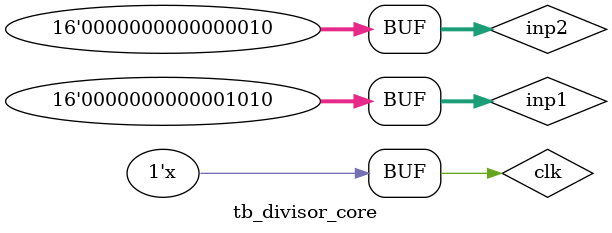
<source format=v>
`timescale 1ns / 1ps


module tb_divisor_core;

	// Inputs
	reg [15:0] inp1;
	reg [15:0] inp2;
	reg clk;

	// Outputs
	wire [15:0] oup;
	wire rfd;
	wire [1:0]frac;

	// Instantiate the Unit Under Test (UUT)
	division_mod uut (
		.inp1(inp1), 
		.inp2(inp2), 
		.clk(clk), 
		.oup(oup),
		.frac(frac),
		.rfd(rfd)
	);
always #5 clk = ~clk;
	initial begin
		// Initialize Inputs
		inp1 = 0;
		inp2 = 0;
		clk = 0;

		// Wait 100 ns for global reset to finish
		#10;
		inp1 = 10;
		inp2 = 2;
        
		// Add stimulus here

	end
      
endmodule


</source>
